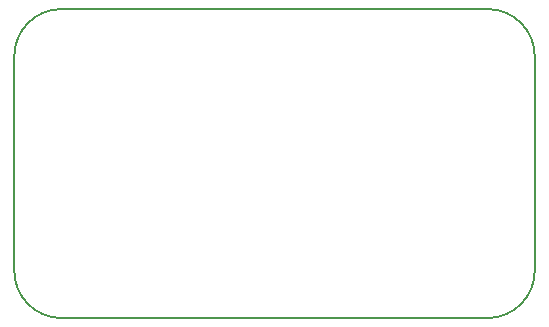
<source format=gbr>
%TF.GenerationSoftware,KiCad,Pcbnew,7.0.11+dfsg-1build4*%
%TF.CreationDate,2024-08-04T00:39:12+02:00*%
%TF.ProjectId,SmallESC,536d616c-6c45-4534-932e-6b696361645f,rev?*%
%TF.SameCoordinates,Original*%
%TF.FileFunction,Profile,NP*%
%FSLAX46Y46*%
G04 Gerber Fmt 4.6, Leading zero omitted, Abs format (unit mm)*
G04 Created by KiCad (PCBNEW 7.0.11+dfsg-1build4) date 2024-08-04 00:39:12*
%MOMM*%
%LPD*%
G01*
G04 APERTURE LIST*
%TA.AperFunction,Profile*%
%ADD10C,0.200000*%
%TD*%
G04 APERTURE END LIST*
D10*
X52704500Y-49276000D02*
G75*
G03*
X48704500Y-53276000I0J-4000000D01*
G01*
X92773500Y-53276000D02*
G75*
G03*
X88773500Y-49276000I-4000000J0D01*
G01*
X52704500Y-49276000D02*
X88773500Y-49276000D01*
X48704500Y-71438000D02*
G75*
G03*
X52704500Y-75438000I4000000J0D01*
G01*
X48704500Y-71438000D02*
X48704500Y-53276000D01*
X88773500Y-75438000D02*
G75*
G03*
X92773500Y-71438000I0J4000000D01*
G01*
X92773500Y-53276000D02*
X92773500Y-71438000D01*
X88773500Y-75438000D02*
X52704500Y-75438000D01*
M02*

</source>
